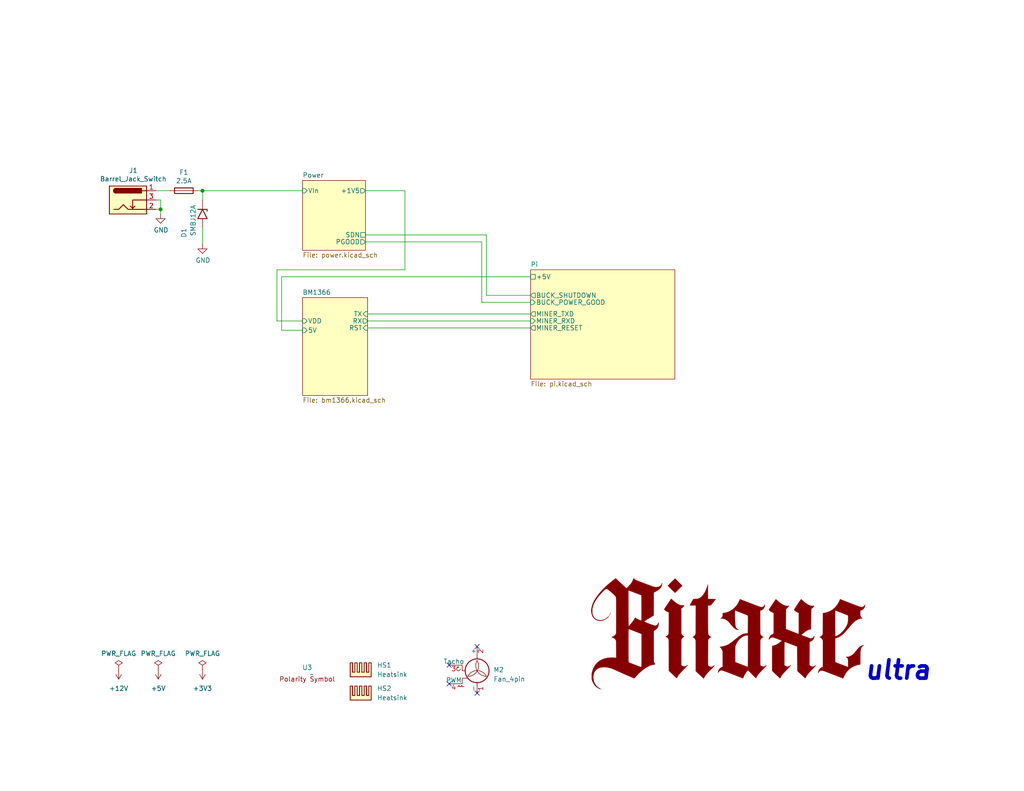
<source format=kicad_sch>
(kicad_sch (version 20230121) (generator eeschema)
  (paper "A")
  (title_block (title "BM1366 bitaxe") (date "2023-10-10") (rev "202"))
  (lib_symbols
    (symbol "Connector:Barrel_Jack_Switch" (pin_names hide)
      (property "Reference" "J" (at 0 5.334 0))
      (property "Value" "Barrel_Jack_Switch" (at 0 -5.08 0))
      (symbol "Barrel_Jack_Switch_1_1"
        (pin passive line (at 7.62 2.54 180) (length 2.54) (name "~") (number "1"))
        (pin passive line (at 7.62 -2.54 180) (length 2.54) (name "~") (number "2"))
        (pin passive line (at 7.62 0 180) (length 2.54) (name "~") (number "3"))
      )
    )
    (symbol "Device:Fuse" (pin_numbers hide) (pin_names (offset 0))
      (property "Reference" "F" (at 2.032 0 90))
      (property "Value" "Fuse" (at -1.905 0 90))
      (symbol "Fuse_1_1"
        (pin passive line (at 0 3.81 270) (length 1.27) (name "~") (number "1"))
        (pin passive line (at 0 -3.81 90) (length 1.27) (name "~") (number "2"))
      )
    )
    (symbol "Diode:5KPxxA" (pin_numbers hide) (pin_names (offset 1.016) hide)
      (property "Reference" "D" (at 0 2.54 0))
      (property "Value" "5KPxxA" (at 0 -2.54 0))
      (symbol "5KPxxA_1_1"
        (pin passive line (at -3.81 0 0) (length 2.54) (name "A1") (number "1"))
        (pin passive line (at 3.81 0 180) (length 2.54) (name "A2") (number "2"))
      )
    )
    (symbol "Mechanical:Heatsink" (pin_names (offset 1.016))
      (property "Reference" "HS" (at 0 5.08 0))
      (property "Value" "Heatsink" (at 0 -1.27 0))
    )
    (symbol "Motor:Fan_4pin" (pin_names (offset 0))
      (property "Reference" "M" (at 2.54 5.08 0))
      (property "Value" "Fan_4pin" (at 2.54 -2.54 0))
      (symbol "Fan_4pin_1_1"
        (pin passive line (at 0 -5.08 90) (length 2.54) (name "-") (number "1"))
        (pin passive line (at 0 7.62 270) (length 2.54) (name "+") (number "2"))
        (pin passive line (at -7.62 2.54 0) (length 2.54) (name "Tacho") (number "3"))
        (pin input line (at -7.62 -2.54 0) (length 2.54) (name "PWM") (number "4"))
      )
    )
    (symbol "bitaxe:LOGO" (pin_names (offset 1.016)))
    (symbol "bitaxe:polarity" (in_bom no)
      (property "Reference" "U" (at 0 0 0))
      (symbol "polarity_1_1"
        (text "Polarity Symbol" (at -1.27 -1.27 0) (effects (font (size 1.27 1.27))))
      )
    )
    (symbol "power:+12V" (power) (pin_names (offset 0))
      (property "Value" "+12V" (at 0 3.556 0))
      (symbol "+12V_1_1"
        (pin power_in line (at 0 0 90) (length 0) hide (name "+12V") (number "1"))
      )
    )
    (symbol "power:+3V3" (power) (pin_names (offset 0))
      (property "Value" "+3V3" (at 0 3.556 0))
      (symbol "+3V3_1_1"
        (pin power_in line (at 0 0 90) (length 0) hide (name "+3V3") (number "1"))
      )
    )
    (symbol "power:+5V" (power) (pin_names (offset 0))
      (property "Value" "+5V" (at 0 3.556 0))
      (symbol "+5V_1_1"
        (pin power_in line (at 0 0 90) (length 0) hide (name "+5V") (number "1"))
      )
    )
    (symbol "power:GND" (power) (pin_names (offset 0))
      (property "Value" "GND" (at 0 -3.81 0))
      (symbol "GND_1_1"
        (pin power_in line (at 0 0 270) (length 0) hide (name "GND") (number "1"))
      )
    )
    (symbol "power:PWR_FLAG" (power) (pin_numbers hide) (pin_names (offset 0) hide)
      (property "Value" "PWR_FLAG" (at 0 3.81 0))
      (symbol "PWR_FLAG_0_0"
        (pin power_out line (at 0 0 90) (length 0) (name "pwr") (number "1"))
      )
    )
  )
  (junction (at 55.245 52.07))
  (junction (at 43.815 57.15))
  (no_connect (at 130.175 176.53))
  (no_connect (at 130.175 189.23))
  (no_connect (at 122.555 186.69))
  (no_connect (at 122.555 181.61))
  (wire (pts (xy 110.49 73.66) (xy 75.565 73.66)))
  (wire (pts (xy 53.975 52.07) (xy 55.245 52.07)))
  (wire (pts (xy 100.33 87.63) (xy 144.78 87.63)))
  (wire (pts (xy 131.445 82.55) (xy 144.78 82.55)))
  (wire (pts (xy 132.715 64.135) (xy 132.715 80.645)))
  (wire (pts (xy 131.445 66.04) (xy 131.445 82.55)))
  (wire (pts (xy 132.715 80.645) (xy 144.78 80.645)))
  (wire (pts (xy 43.815 57.15) (xy 43.815 58.42)))
  (wire (pts (xy 110.49 52.07) (xy 110.49 73.66)))
  (wire (pts (xy 100.33 89.535) (xy 144.78 89.535)))
  (wire (pts (xy 42.545 54.61) (xy 43.815 54.61)))
  (wire (pts (xy 76.835 75.565) (xy 76.835 90.17)))
  (wire (pts (xy 75.565 87.63) (xy 82.55 87.63)))
  (wire (pts (xy 144.78 75.565) (xy 76.835 75.565)))
  (wire (pts (xy 55.245 54.61) (xy 55.245 52.07)))
  (wire (pts (xy 42.545 52.07) (xy 46.355 52.07)))
  (wire (pts (xy 76.835 90.17) (xy 82.55 90.17)))
  (wire (pts (xy 42.545 57.15) (xy 43.815 57.15)))
  (wire (pts (xy 43.815 54.61) (xy 43.815 57.15)))
  (wire (pts (xy 55.245 66.675) (xy 55.245 62.23)))
  (wire (pts (xy 100.33 85.725) (xy 144.78 85.725)))
  (wire (pts (xy 99.695 52.07) (xy 110.49 52.07)))
  (wire (pts (xy 75.565 73.66) (xy 75.565 87.63)))
  (wire (pts (xy 99.695 64.135) (xy 132.715 64.135)))
  (wire (pts (xy 55.245 52.07) (xy 82.55 52.07)))
  (wire (pts (xy 99.695 66.04) (xy 131.445 66.04)))
  (text "ultra" (at 235.585 186.055 0) (effects (font (size 5 5) (thickness 1) bold italic) (justify left bottom)))
  (symbol (lib_id "power:+3V3") (at 55.245 182.88 180) (unit 1)
    (property "Reference" "#PWR095" (effects hide))
    (property "Value" "+3V3" (at 55.245 187.96 0))
  )
  (symbol (lib_id "power:+5V") (at 43.18 182.88 180) (unit 1)
    (property "Reference" "#PWR021" (effects hide))
    (property "Value" "+5V" (at 43.18 187.96 0))
  )
  (symbol (lib_id "power:GND") (at 55.245 66.675 0) (unit 1)
    (property "Reference" "#PWR07" (effects hide))
    (property "Value" "GND" (at 55.372 71.0692 0))
  )
  (symbol (lib_id "Connector:Barrel_Jack_Switch") (at 34.925 54.61 0) (unit 1)
    (property "Reference" "J1" (at 36.3728 46.5582 0))
    (property "Value" "Barrel_Jack_Switch" (at 36.3728 48.8696 0))
    (property "Footprint" "Connector_BarrelJack:BarrelJack_CUI_PJ-102AH_Horizontal" (effects hide))
    (property "Distributor" "D" (effects hide))
    (property "Manufacturer" "PJ-102AH" (effects hide))
    (property "OrderNr" "CP-102AH-ND" (effects hide))
  )
  (symbol (lib_id "power:PWR_FLAG") (at 43.18 182.88 0) (unit 1)
    (property "Reference" "#FLG02" (effects hide))
    (property "Value" "PWR_FLAG" (at 43.18 178.435 0))
  )
  (symbol (lib_id "Diode:5KPxxA") (at 55.245 58.42 270) (unit 1)
    (property "Reference" "D1" (at 50.165 62.23 0) (effects (justify left)))
    (property "Value" "SMBJ12A" (at 52.705 55.88 0) (effects (justify left)))
    (property "Footprint" "Diode_SMD:D_SMB" (effects hide))
    (property "Distributor" "D" (effects hide))
    (property "Manufacturer" "SMBJ12A" (effects hide))
    (property "OrderNr" "SMBJ12ALFCT-ND" (effects hide))
  )
  (symbol (lib_id "Motor:Fan_4pin") (at 130.175 184.15 0) (unit 1) (on_board no)
    (property "Reference" "M2" (at 134.62 182.88 0) (effects (justify left)))
    (property "Value" "Fan_4pin" (at 134.62 185.42 0) (effects (justify left)))
    (property "Datasheet" "http://www.formfactors.org/developer%5Cspecs%5Crev1_2_public.pdf" (effects hide))
    (property "Distributor" "X" (effects hide))
    (property "Manufacturer" " Noctua NF-A4x10 5V" (effects hide))
  )
  (symbol (lib_id "power:GND") (at 43.815 58.42 0) (unit 1)
    (property "Reference" "#PWR06" (effects hide))
    (property "Value" "GND" (at 43.942 62.8142 0))
  )
  (symbol (lib_id "power:+12V") (at 32.385 182.88 180) (unit 1)
    (property "Reference" "#PWR093" (effects hide))
    (property "Value" "+12V" (at 32.385 187.96 0))
  )
  (symbol (lib_id "power:PWR_FLAG") (at 32.385 182.88 0) (unit 1)
    (property "Reference" "#FLG01" (effects hide))
    (property "Value" "PWR_FLAG" (at 32.385 178.435 0))
  )
  (symbol (lib_id "power:PWR_FLAG") (at 55.245 182.88 0) (unit 1)
    (property "Reference" "#FLG03" (effects hide))
    (property "Value" "PWR_FLAG" (at 55.245 178.435 0))
  )
  (symbol (lib_id "bitaxe:LOGO") (at 197.485 173.99 0) (unit 1)
    (property "Reference" "#G1" (effects hide))
    (property "Value" "LOGO" (effects hide))
  )
  (symbol (lib_id "Mechanical:Heatsink") (at 98.425 191.135 0) (unit 1) (on_board no)
    (property "Reference" "HS2" (at 102.87 187.96 0) (effects (justify left)))
    (property "Value" "Heatsink" (at 102.87 190.5 0) (effects (justify left)))
    (property "Distributor" "D" (effects hide))
    (property "Manufacturer" "ATS-FPX040040025-94-C2-R0" (effects hide))
    (property "OrderNr" "ATS1674-ND" (effects hide))
  )
  (symbol (lib_id "bitaxe:polarity") (at 85.09 184.15 0) (unit 1) (in_bom no)
    (property "Reference" "U3" (at 83.82 182.245 0))
    (property "Value" "~" (at 85.09 184.15 0))
    (property "Footprint" "bitaxe:polarity" (effects hide))
    (property "Distributor" "-" (effects hide))
  )
  (symbol (lib_id "Mechanical:Heatsink") (at 98.425 184.785 0) (unit 1) (on_board no)
    (property "Reference" "HS1" (at 102.87 181.61 0) (effects (justify left)))
    (property "Value" "Heatsink" (at 102.87 184.15 0) (effects (justify left)))
    (property "Distributor" "D" (effects hide))
    (property "Manufacturer" "ATS-CPX040040025-184-C1-R0" (effects hide))
    (property "OrderNr" "ATS35997-ND" (effects hide))
  )
  (symbol (lib_id "Device:Fuse") (at 50.165 52.07 270) (unit 1)
    (property "Reference" "F1" (at 50.165 47.0662 90))
    (property "Value" "2.5A" (at 50.165 49.3776 90))
    (property "Footprint" "myfootprints:fuseholder_littlefuse_blok" (effects hide))
    (property "Distributor" "D" (effects hide))
    (property "Manufacturer" "0154010.DR" (effects hide))
    (property "OrderNr" "F1251CT-ND" (effects hide))
  )
  (sheet (at 82.55 81.28) (size 17.78 26.67) (stroke (width 0.1524)) (fill (color 255 255 194 1.0000))
    (property "Sheetname" "BM1366" (at 82.55 80.5684 0) (effects (justify left bottom)))
    (property "Sheetfile" "bm1366.kicad_sch" (at 82.55 108.5346 0) (effects (justify left top)))
    (pin "TX" input (at 100.33 85.725 0))
    (pin "RX" output (at 100.33 87.63 0))
    (pin "RST" input (at 100.33 89.535 0))
    (pin "5V" input (at 82.55 90.17 180))
    (pin "VDD" input (at 82.55 87.63 180))
  )
  (sheet (at 82.55 49.276) (size 17.145 19.05) (stroke (width 0.1524)) (fill (color 255 255 194 1.0000))
    (property "Sheetname" "Power" (at 82.55 48.5644 0) (effects (justify left bottom)))
    (property "Sheetfile" "power.kicad_sch" (at 82.55 68.9106 0) (effects (justify left top)))
    (pin "PGOOD" output (at 99.695 66.04 0))
    (pin "+1V5" output (at 99.695 52.07 0))
    (pin "SDN" passive (at 99.695 64.135 0))
    (pin "VIn" input (at 82.55 52.07 180))
  )
  (sheet (at 144.78 73.66) (size 39.37 29.845) (stroke (width 0.1524)) (fill (color 255 255 194 1.0000))
    (property "Sheetname" "Pi" (at 144.78 72.9484 0) (effects (justify left bottom)))
    (property "Sheetfile" "pi.kicad_sch" (at 144.78 104.0896 0) (effects (justify left top)))
    (pin "+5V" passive (at 144.78 75.565 180))
    (pin "MINER_TXD" output (at 144.78 85.725 180))
    (pin "MINER_RXD" input (at 144.78 87.63 180))
    (pin "BUCK_SHUTDOWN" output (at 144.78 80.645 180))
    (pin "BUCK_POWER_GOOD" input (at 144.78 82.55 180))
    (pin "MINER_RESET" output (at 144.78 89.535 180))
  )
)
</source>
